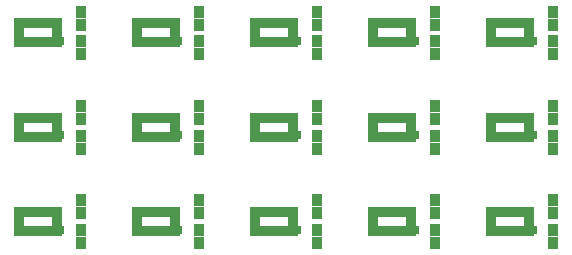
<source format=gbr>
G04 #@! TF.FileFunction,Soldermask,Top*
%FSLAX46Y46*%
G04 Gerber Fmt 4.6, Leading zero omitted, Abs format (unit mm)*
G04 Created by KiCad (PCBNEW 4.0.7-e2-6376~58~ubuntu16.04.1) date Wed Aug  1 08:34:46 2018*
%MOMM*%
%LPD*%
G01*
G04 APERTURE LIST*
%ADD10C,0.100000*%
%ADD11R,0.900000X1.000000*%
%ADD12R,0.900000X0.900000*%
%ADD13R,0.650000X0.650000*%
G04 APERTURE END LIST*
D10*
D11*
X119075000Y-64450000D03*
X119075000Y-65550000D03*
X109075000Y-64450000D03*
X109075000Y-65550000D03*
X99075000Y-64450000D03*
X99075000Y-65550000D03*
X89075000Y-64450000D03*
X89075000Y-65550000D03*
X79075000Y-64450000D03*
X79075000Y-65550000D03*
X119075000Y-56450000D03*
X119075000Y-57550000D03*
X109075000Y-56450000D03*
X109075000Y-57550000D03*
X99075000Y-56450000D03*
X99075000Y-57550000D03*
X89075000Y-56450000D03*
X89075000Y-57550000D03*
X79075000Y-56450000D03*
X79075000Y-57550000D03*
X119075000Y-48450000D03*
X119075000Y-49550000D03*
X109075000Y-48450000D03*
X109075000Y-49550000D03*
X99075000Y-48450000D03*
X99075000Y-49550000D03*
X89075000Y-48450000D03*
X89075000Y-49550000D03*
D12*
X117050000Y-67050000D03*
X116250000Y-67050000D03*
X115450000Y-67050000D03*
X114650000Y-67050000D03*
X113850000Y-67050000D03*
X113850000Y-66250000D03*
X113850000Y-65450000D03*
X114650000Y-65450000D03*
X115450000Y-65450000D03*
X116250000Y-65450000D03*
X117050000Y-65450000D03*
X117050000Y-66250000D03*
D13*
X117350000Y-66925000D03*
D12*
X107050000Y-67050000D03*
X106250000Y-67050000D03*
X105450000Y-67050000D03*
X104650000Y-67050000D03*
X103850000Y-67050000D03*
X103850000Y-66250000D03*
X103850000Y-65450000D03*
X104650000Y-65450000D03*
X105450000Y-65450000D03*
X106250000Y-65450000D03*
X107050000Y-65450000D03*
X107050000Y-66250000D03*
D13*
X107350000Y-66925000D03*
D12*
X97050000Y-67050000D03*
X96250000Y-67050000D03*
X95450000Y-67050000D03*
X94650000Y-67050000D03*
X93850000Y-67050000D03*
X93850000Y-66250000D03*
X93850000Y-65450000D03*
X94650000Y-65450000D03*
X95450000Y-65450000D03*
X96250000Y-65450000D03*
X97050000Y-65450000D03*
X97050000Y-66250000D03*
D13*
X97350000Y-66925000D03*
D12*
X87050000Y-67050000D03*
X86250000Y-67050000D03*
X85450000Y-67050000D03*
X84650000Y-67050000D03*
X83850000Y-67050000D03*
X83850000Y-66250000D03*
X83850000Y-65450000D03*
X84650000Y-65450000D03*
X85450000Y-65450000D03*
X86250000Y-65450000D03*
X87050000Y-65450000D03*
X87050000Y-66250000D03*
D13*
X87350000Y-66925000D03*
D12*
X77050000Y-67050000D03*
X76250000Y-67050000D03*
X75450000Y-67050000D03*
X74650000Y-67050000D03*
X73850000Y-67050000D03*
X73850000Y-66250000D03*
X73850000Y-65450000D03*
X74650000Y-65450000D03*
X75450000Y-65450000D03*
X76250000Y-65450000D03*
X77050000Y-65450000D03*
X77050000Y-66250000D03*
D13*
X77350000Y-66925000D03*
D12*
X117050000Y-59050000D03*
X116250000Y-59050000D03*
X115450000Y-59050000D03*
X114650000Y-59050000D03*
X113850000Y-59050000D03*
X113850000Y-58250000D03*
X113850000Y-57450000D03*
X114650000Y-57450000D03*
X115450000Y-57450000D03*
X116250000Y-57450000D03*
X117050000Y-57450000D03*
X117050000Y-58250000D03*
D13*
X117350000Y-58925000D03*
D12*
X107050000Y-59050000D03*
X106250000Y-59050000D03*
X105450000Y-59050000D03*
X104650000Y-59050000D03*
X103850000Y-59050000D03*
X103850000Y-58250000D03*
X103850000Y-57450000D03*
X104650000Y-57450000D03*
X105450000Y-57450000D03*
X106250000Y-57450000D03*
X107050000Y-57450000D03*
X107050000Y-58250000D03*
D13*
X107350000Y-58925000D03*
D12*
X97050000Y-59050000D03*
X96250000Y-59050000D03*
X95450000Y-59050000D03*
X94650000Y-59050000D03*
X93850000Y-59050000D03*
X93850000Y-58250000D03*
X93850000Y-57450000D03*
X94650000Y-57450000D03*
X95450000Y-57450000D03*
X96250000Y-57450000D03*
X97050000Y-57450000D03*
X97050000Y-58250000D03*
D13*
X97350000Y-58925000D03*
D12*
X87050000Y-59050000D03*
X86250000Y-59050000D03*
X85450000Y-59050000D03*
X84650000Y-59050000D03*
X83850000Y-59050000D03*
X83850000Y-58250000D03*
X83850000Y-57450000D03*
X84650000Y-57450000D03*
X85450000Y-57450000D03*
X86250000Y-57450000D03*
X87050000Y-57450000D03*
X87050000Y-58250000D03*
D13*
X87350000Y-58925000D03*
D12*
X77050000Y-59050000D03*
X76250000Y-59050000D03*
X75450000Y-59050000D03*
X74650000Y-59050000D03*
X73850000Y-59050000D03*
X73850000Y-58250000D03*
X73850000Y-57450000D03*
X74650000Y-57450000D03*
X75450000Y-57450000D03*
X76250000Y-57450000D03*
X77050000Y-57450000D03*
X77050000Y-58250000D03*
D13*
X77350000Y-58925000D03*
D12*
X117050000Y-51050000D03*
X116250000Y-51050000D03*
X115450000Y-51050000D03*
X114650000Y-51050000D03*
X113850000Y-51050000D03*
X113850000Y-50250000D03*
X113850000Y-49450000D03*
X114650000Y-49450000D03*
X115450000Y-49450000D03*
X116250000Y-49450000D03*
X117050000Y-49450000D03*
X117050000Y-50250000D03*
D13*
X117350000Y-50925000D03*
D12*
X107050000Y-51050000D03*
X106250000Y-51050000D03*
X105450000Y-51050000D03*
X104650000Y-51050000D03*
X103850000Y-51050000D03*
X103850000Y-50250000D03*
X103850000Y-49450000D03*
X104650000Y-49450000D03*
X105450000Y-49450000D03*
X106250000Y-49450000D03*
X107050000Y-49450000D03*
X107050000Y-50250000D03*
D13*
X107350000Y-50925000D03*
D12*
X97050000Y-51050000D03*
X96250000Y-51050000D03*
X95450000Y-51050000D03*
X94650000Y-51050000D03*
X93850000Y-51050000D03*
X93850000Y-50250000D03*
X93850000Y-49450000D03*
X94650000Y-49450000D03*
X95450000Y-49450000D03*
X96250000Y-49450000D03*
X97050000Y-49450000D03*
X97050000Y-50250000D03*
D13*
X97350000Y-50925000D03*
D12*
X87050000Y-51050000D03*
X86250000Y-51050000D03*
X85450000Y-51050000D03*
X84650000Y-51050000D03*
X83850000Y-51050000D03*
X83850000Y-50250000D03*
X83850000Y-49450000D03*
X84650000Y-49450000D03*
X85450000Y-49450000D03*
X86250000Y-49450000D03*
X87050000Y-49450000D03*
X87050000Y-50250000D03*
D13*
X87350000Y-50925000D03*
D11*
X119075000Y-68050000D03*
X119075000Y-66950000D03*
X109075000Y-68050000D03*
X109075000Y-66950000D03*
X99075000Y-68050000D03*
X99075000Y-66950000D03*
X89075000Y-68050000D03*
X89075000Y-66950000D03*
X79075000Y-68050000D03*
X79075000Y-66950000D03*
X119075000Y-60050000D03*
X119075000Y-58950000D03*
X109075000Y-60050000D03*
X109075000Y-58950000D03*
X99075000Y-60050000D03*
X99075000Y-58950000D03*
X89075000Y-60050000D03*
X89075000Y-58950000D03*
X79075000Y-60050000D03*
X79075000Y-58950000D03*
X119075000Y-52050000D03*
X119075000Y-50950000D03*
X109075000Y-52050000D03*
X109075000Y-50950000D03*
X99075000Y-52050000D03*
X99075000Y-50950000D03*
X89075000Y-52050000D03*
X89075000Y-50950000D03*
D12*
X77050000Y-51050000D03*
X76250000Y-51050000D03*
X75450000Y-51050000D03*
X74650000Y-51050000D03*
X73850000Y-51050000D03*
X73850000Y-50250000D03*
X73850000Y-49450000D03*
X74650000Y-49450000D03*
X75450000Y-49450000D03*
X76250000Y-49450000D03*
X77050000Y-49450000D03*
X77050000Y-50250000D03*
D13*
X77350000Y-50925000D03*
D11*
X79075000Y-52050000D03*
X79075000Y-50950000D03*
X79075000Y-48450000D03*
X79075000Y-49550000D03*
M02*

</source>
